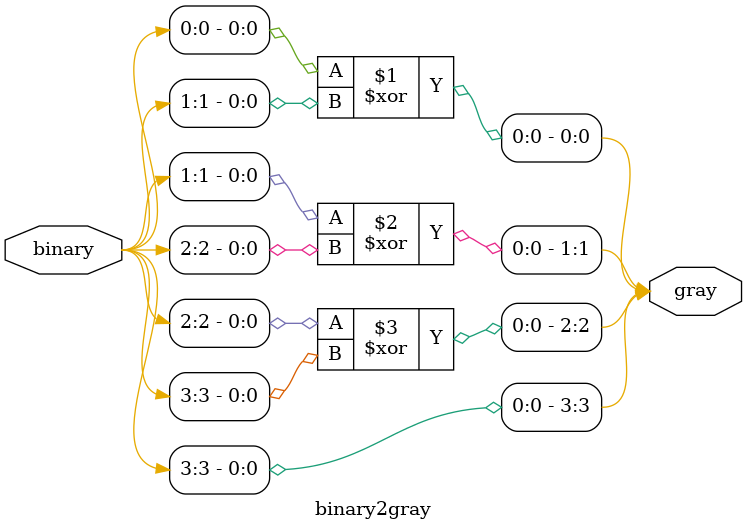
<source format=v>
module binary2gray#(parameter WIDTH = 4)
	(	
		input [WIDTH-1:0] binary,
		output [WIDTH-1:0] gray
		);


	assign gray[WIDTH-1] = binary[WIDTH-1];

	genvar i;
	generate
		for(i = 0; i < WIDTH-1; i = i+1)begin
			assign gray[i] = binary[i] ^ binary[i+1];
		end
	endgenerate

endmodule
</source>
